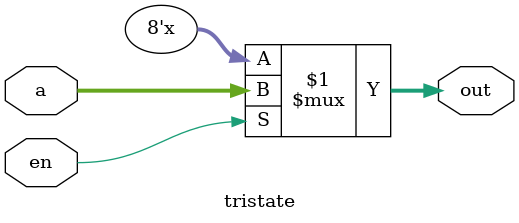
<source format=v>

module tristate(
    input [7:0] a,   
    input en,         
    output [7:0] out
);

    assign out = (en) ? a : 8'bzzzzzzzz;

endmodule
</source>
